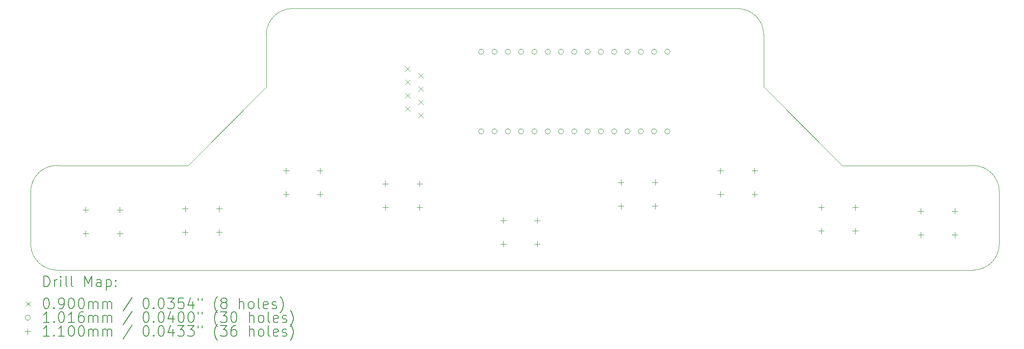
<source format=gbr>
%TF.GenerationSoftware,KiCad,Pcbnew,(6.0.7)*%
%TF.CreationDate,2022-10-03T11:37:21-05:00*%
%TF.ProjectId,FieldBangerPCB,4669656c-6442-4616-9e67-65725043422e,rev?*%
%TF.SameCoordinates,Original*%
%TF.FileFunction,Drillmap*%
%TF.FilePolarity,Positive*%
%FSLAX45Y45*%
G04 Gerber Fmt 4.5, Leading zero omitted, Abs format (unit mm)*
G04 Created by KiCad (PCBNEW (6.0.7)) date 2022-10-03 11:37:21*
%MOMM*%
%LPD*%
G01*
G04 APERTURE LIST*
%ADD10C,0.100000*%
%ADD11C,0.200000*%
%ADD12C,0.090000*%
%ADD13C,0.101600*%
%ADD14C,0.110000*%
G04 APERTURE END LIST*
D10*
X4000000Y-6000000D02*
X6500000Y-6000000D01*
X3500000Y-7500000D02*
X3500000Y-6500000D01*
X8000000Y-4500000D02*
X8000000Y-3500000D01*
X21500000Y-8000000D02*
G75*
G03*
X22000000Y-7500000I0J500000D01*
G01*
X3500000Y-7500000D02*
G75*
G03*
X4000000Y-8000000I500000J0D01*
G01*
X17500000Y-3500000D02*
G75*
G03*
X17000000Y-3000000I-500000J0D01*
G01*
X17500000Y-3500000D02*
X17500000Y-4500000D01*
X8500000Y-3000000D02*
X17000000Y-3000000D01*
X17500000Y-4500000D02*
X19000000Y-6000000D01*
X8000000Y-4500000D02*
X6500000Y-6000000D01*
X22000000Y-6500000D02*
G75*
G03*
X21500000Y-6000000I-500000J0D01*
G01*
X8500000Y-3000000D02*
G75*
G03*
X8000000Y-3500000I0J-500000D01*
G01*
X21500000Y-8000000D02*
X4000000Y-8000000D01*
X19000000Y-6000000D02*
X21500000Y-6000000D01*
X22000000Y-6500000D02*
X22000000Y-7500000D01*
X4000000Y-6000000D02*
G75*
G03*
X3500000Y-6500000I0J-500000D01*
G01*
D11*
D12*
X10655000Y-4109250D02*
X10745000Y-4199250D01*
X10745000Y-4109250D02*
X10655000Y-4199250D01*
X10655000Y-4363250D02*
X10745000Y-4453250D01*
X10745000Y-4363250D02*
X10655000Y-4453250D01*
X10655000Y-4617250D02*
X10745000Y-4707250D01*
X10745000Y-4617250D02*
X10655000Y-4707250D01*
X10655000Y-4871250D02*
X10745000Y-4961250D01*
X10745000Y-4871250D02*
X10655000Y-4961250D01*
X10909000Y-4236250D02*
X10999000Y-4326250D01*
X10999000Y-4236250D02*
X10909000Y-4326250D01*
X10909000Y-4490250D02*
X10999000Y-4580250D01*
X10999000Y-4490250D02*
X10909000Y-4580250D01*
X10909000Y-4744250D02*
X10999000Y-4834250D01*
X10999000Y-4744250D02*
X10909000Y-4834250D01*
X10909000Y-4998250D02*
X10999000Y-5088250D01*
X10999000Y-4998250D02*
X10909000Y-5088250D01*
D13*
X12155800Y-3825000D02*
G75*
G03*
X12155800Y-3825000I-50800J0D01*
G01*
X12155800Y-5349000D02*
G75*
G03*
X12155800Y-5349000I-50800J0D01*
G01*
X12409800Y-3825000D02*
G75*
G03*
X12409800Y-3825000I-50800J0D01*
G01*
X12409800Y-5349000D02*
G75*
G03*
X12409800Y-5349000I-50800J0D01*
G01*
X12663800Y-3825000D02*
G75*
G03*
X12663800Y-3825000I-50800J0D01*
G01*
X12663800Y-5349000D02*
G75*
G03*
X12663800Y-5349000I-50800J0D01*
G01*
X12917800Y-3825000D02*
G75*
G03*
X12917800Y-3825000I-50800J0D01*
G01*
X12917800Y-5349000D02*
G75*
G03*
X12917800Y-5349000I-50800J0D01*
G01*
X13171800Y-3825000D02*
G75*
G03*
X13171800Y-3825000I-50800J0D01*
G01*
X13171800Y-5349000D02*
G75*
G03*
X13171800Y-5349000I-50800J0D01*
G01*
X13425800Y-3825000D02*
G75*
G03*
X13425800Y-3825000I-50800J0D01*
G01*
X13425800Y-5349000D02*
G75*
G03*
X13425800Y-5349000I-50800J0D01*
G01*
X13679800Y-3825000D02*
G75*
G03*
X13679800Y-3825000I-50800J0D01*
G01*
X13679800Y-5349000D02*
G75*
G03*
X13679800Y-5349000I-50800J0D01*
G01*
X13933800Y-3825000D02*
G75*
G03*
X13933800Y-3825000I-50800J0D01*
G01*
X13933800Y-5349000D02*
G75*
G03*
X13933800Y-5349000I-50800J0D01*
G01*
X14187800Y-3825000D02*
G75*
G03*
X14187800Y-3825000I-50800J0D01*
G01*
X14187800Y-5349000D02*
G75*
G03*
X14187800Y-5349000I-50800J0D01*
G01*
X14441800Y-3825000D02*
G75*
G03*
X14441800Y-3825000I-50800J0D01*
G01*
X14441800Y-5349000D02*
G75*
G03*
X14441800Y-5349000I-50800J0D01*
G01*
X14695800Y-3825000D02*
G75*
G03*
X14695800Y-3825000I-50800J0D01*
G01*
X14695800Y-5349000D02*
G75*
G03*
X14695800Y-5349000I-50800J0D01*
G01*
X14949800Y-3825000D02*
G75*
G03*
X14949800Y-3825000I-50800J0D01*
G01*
X14949800Y-5349000D02*
G75*
G03*
X14949800Y-5349000I-50800J0D01*
G01*
X15203800Y-3825000D02*
G75*
G03*
X15203800Y-3825000I-50800J0D01*
G01*
X15203800Y-5349000D02*
G75*
G03*
X15203800Y-5349000I-50800J0D01*
G01*
X15457800Y-3825000D02*
G75*
G03*
X15457800Y-3825000I-50800J0D01*
G01*
X15457800Y-5349000D02*
G75*
G03*
X15457800Y-5349000I-50800J0D01*
G01*
X15711800Y-3825000D02*
G75*
G03*
X15711800Y-3825000I-50800J0D01*
G01*
X15711800Y-5349000D02*
G75*
G03*
X15711800Y-5349000I-50800J0D01*
G01*
D14*
X4550000Y-6795000D02*
X4550000Y-6905000D01*
X4495000Y-6850000D02*
X4605000Y-6850000D01*
X4550000Y-7245000D02*
X4550000Y-7355000D01*
X4495000Y-7300000D02*
X4605000Y-7300000D01*
X5200000Y-6795000D02*
X5200000Y-6905000D01*
X5145000Y-6850000D02*
X5255000Y-6850000D01*
X5200000Y-7245000D02*
X5200000Y-7355000D01*
X5145000Y-7300000D02*
X5255000Y-7300000D01*
X6450000Y-6770000D02*
X6450000Y-6880000D01*
X6395000Y-6825000D02*
X6505000Y-6825000D01*
X6450000Y-7220000D02*
X6450000Y-7330000D01*
X6395000Y-7275000D02*
X6505000Y-7275000D01*
X7100000Y-6770000D02*
X7100000Y-6880000D01*
X7045000Y-6825000D02*
X7155000Y-6825000D01*
X7100000Y-7220000D02*
X7100000Y-7330000D01*
X7045000Y-7275000D02*
X7155000Y-7275000D01*
X8375000Y-6045000D02*
X8375000Y-6155000D01*
X8320000Y-6100000D02*
X8430000Y-6100000D01*
X8375000Y-6495000D02*
X8375000Y-6605000D01*
X8320000Y-6550000D02*
X8430000Y-6550000D01*
X9025000Y-6045000D02*
X9025000Y-6155000D01*
X8970000Y-6100000D02*
X9080000Y-6100000D01*
X9025000Y-6495000D02*
X9025000Y-6605000D01*
X8970000Y-6550000D02*
X9080000Y-6550000D01*
X10275000Y-6295000D02*
X10275000Y-6405000D01*
X10220000Y-6350000D02*
X10330000Y-6350000D01*
X10275000Y-6745000D02*
X10275000Y-6855000D01*
X10220000Y-6800000D02*
X10330000Y-6800000D01*
X10925000Y-6295000D02*
X10925000Y-6405000D01*
X10870000Y-6350000D02*
X10980000Y-6350000D01*
X10925000Y-6745000D02*
X10925000Y-6855000D01*
X10870000Y-6800000D02*
X10980000Y-6800000D01*
X12525000Y-6995000D02*
X12525000Y-7105000D01*
X12470000Y-7050000D02*
X12580000Y-7050000D01*
X12525000Y-7445000D02*
X12525000Y-7555000D01*
X12470000Y-7500000D02*
X12580000Y-7500000D01*
X13175000Y-6995000D02*
X13175000Y-7105000D01*
X13120000Y-7050000D02*
X13230000Y-7050000D01*
X13175000Y-7445000D02*
X13175000Y-7555000D01*
X13120000Y-7500000D02*
X13230000Y-7500000D01*
X14775000Y-6270000D02*
X14775000Y-6380000D01*
X14720000Y-6325000D02*
X14830000Y-6325000D01*
X14775000Y-6720000D02*
X14775000Y-6830000D01*
X14720000Y-6775000D02*
X14830000Y-6775000D01*
X15425000Y-6270000D02*
X15425000Y-6380000D01*
X15370000Y-6325000D02*
X15480000Y-6325000D01*
X15425000Y-6720000D02*
X15425000Y-6830000D01*
X15370000Y-6775000D02*
X15480000Y-6775000D01*
X16675000Y-6045000D02*
X16675000Y-6155000D01*
X16620000Y-6100000D02*
X16730000Y-6100000D01*
X16675000Y-6495000D02*
X16675000Y-6605000D01*
X16620000Y-6550000D02*
X16730000Y-6550000D01*
X17325000Y-6045000D02*
X17325000Y-6155000D01*
X17270000Y-6100000D02*
X17380000Y-6100000D01*
X17325000Y-6495000D02*
X17325000Y-6605000D01*
X17270000Y-6550000D02*
X17380000Y-6550000D01*
X18600000Y-6745000D02*
X18600000Y-6855000D01*
X18545000Y-6800000D02*
X18655000Y-6800000D01*
X18600000Y-7195000D02*
X18600000Y-7305000D01*
X18545000Y-7250000D02*
X18655000Y-7250000D01*
X19250000Y-6745000D02*
X19250000Y-6855000D01*
X19195000Y-6800000D02*
X19305000Y-6800000D01*
X19250000Y-7195000D02*
X19250000Y-7305000D01*
X19195000Y-7250000D02*
X19305000Y-7250000D01*
X20500000Y-6820000D02*
X20500000Y-6930000D01*
X20445000Y-6875000D02*
X20555000Y-6875000D01*
X20500000Y-7270000D02*
X20500000Y-7380000D01*
X20445000Y-7325000D02*
X20555000Y-7325000D01*
X21150000Y-6820000D02*
X21150000Y-6930000D01*
X21095000Y-6875000D02*
X21205000Y-6875000D01*
X21150000Y-7270000D02*
X21150000Y-7380000D01*
X21095000Y-7325000D02*
X21205000Y-7325000D01*
D11*
X3752619Y-8315476D02*
X3752619Y-8115476D01*
X3800238Y-8115476D01*
X3828809Y-8125000D01*
X3847857Y-8144048D01*
X3857381Y-8163095D01*
X3866905Y-8201190D01*
X3866905Y-8229762D01*
X3857381Y-8267857D01*
X3847857Y-8286905D01*
X3828809Y-8305952D01*
X3800238Y-8315476D01*
X3752619Y-8315476D01*
X3952619Y-8315476D02*
X3952619Y-8182143D01*
X3952619Y-8220238D02*
X3962143Y-8201190D01*
X3971667Y-8191667D01*
X3990714Y-8182143D01*
X4009762Y-8182143D01*
X4076428Y-8315476D02*
X4076428Y-8182143D01*
X4076428Y-8115476D02*
X4066905Y-8125000D01*
X4076428Y-8134524D01*
X4085952Y-8125000D01*
X4076428Y-8115476D01*
X4076428Y-8134524D01*
X4200238Y-8315476D02*
X4181190Y-8305952D01*
X4171667Y-8286905D01*
X4171667Y-8115476D01*
X4305000Y-8315476D02*
X4285952Y-8305952D01*
X4276429Y-8286905D01*
X4276429Y-8115476D01*
X4533571Y-8315476D02*
X4533571Y-8115476D01*
X4600238Y-8258333D01*
X4666905Y-8115476D01*
X4666905Y-8315476D01*
X4847857Y-8315476D02*
X4847857Y-8210714D01*
X4838333Y-8191667D01*
X4819286Y-8182143D01*
X4781190Y-8182143D01*
X4762143Y-8191667D01*
X4847857Y-8305952D02*
X4828810Y-8315476D01*
X4781190Y-8315476D01*
X4762143Y-8305952D01*
X4752619Y-8286905D01*
X4752619Y-8267857D01*
X4762143Y-8248809D01*
X4781190Y-8239286D01*
X4828810Y-8239286D01*
X4847857Y-8229762D01*
X4943095Y-8182143D02*
X4943095Y-8382143D01*
X4943095Y-8191667D02*
X4962143Y-8182143D01*
X5000238Y-8182143D01*
X5019286Y-8191667D01*
X5028810Y-8201190D01*
X5038333Y-8220238D01*
X5038333Y-8277381D01*
X5028810Y-8296428D01*
X5019286Y-8305952D01*
X5000238Y-8315476D01*
X4962143Y-8315476D01*
X4943095Y-8305952D01*
X5124048Y-8296428D02*
X5133571Y-8305952D01*
X5124048Y-8315476D01*
X5114524Y-8305952D01*
X5124048Y-8296428D01*
X5124048Y-8315476D01*
X5124048Y-8191667D02*
X5133571Y-8201190D01*
X5124048Y-8210714D01*
X5114524Y-8201190D01*
X5124048Y-8191667D01*
X5124048Y-8210714D01*
D12*
X3405000Y-8600000D02*
X3495000Y-8690000D01*
X3495000Y-8600000D02*
X3405000Y-8690000D01*
D11*
X3790714Y-8535476D02*
X3809762Y-8535476D01*
X3828809Y-8545000D01*
X3838333Y-8554524D01*
X3847857Y-8573571D01*
X3857381Y-8611667D01*
X3857381Y-8659286D01*
X3847857Y-8697381D01*
X3838333Y-8716429D01*
X3828809Y-8725952D01*
X3809762Y-8735476D01*
X3790714Y-8735476D01*
X3771667Y-8725952D01*
X3762143Y-8716429D01*
X3752619Y-8697381D01*
X3743095Y-8659286D01*
X3743095Y-8611667D01*
X3752619Y-8573571D01*
X3762143Y-8554524D01*
X3771667Y-8545000D01*
X3790714Y-8535476D01*
X3943095Y-8716429D02*
X3952619Y-8725952D01*
X3943095Y-8735476D01*
X3933571Y-8725952D01*
X3943095Y-8716429D01*
X3943095Y-8735476D01*
X4047857Y-8735476D02*
X4085952Y-8735476D01*
X4105000Y-8725952D01*
X4114524Y-8716429D01*
X4133571Y-8687857D01*
X4143095Y-8649762D01*
X4143095Y-8573571D01*
X4133571Y-8554524D01*
X4124048Y-8545000D01*
X4105000Y-8535476D01*
X4066905Y-8535476D01*
X4047857Y-8545000D01*
X4038333Y-8554524D01*
X4028809Y-8573571D01*
X4028809Y-8621190D01*
X4038333Y-8640238D01*
X4047857Y-8649762D01*
X4066905Y-8659286D01*
X4105000Y-8659286D01*
X4124048Y-8649762D01*
X4133571Y-8640238D01*
X4143095Y-8621190D01*
X4266905Y-8535476D02*
X4285952Y-8535476D01*
X4305000Y-8545000D01*
X4314524Y-8554524D01*
X4324048Y-8573571D01*
X4333571Y-8611667D01*
X4333571Y-8659286D01*
X4324048Y-8697381D01*
X4314524Y-8716429D01*
X4305000Y-8725952D01*
X4285952Y-8735476D01*
X4266905Y-8735476D01*
X4247857Y-8725952D01*
X4238333Y-8716429D01*
X4228810Y-8697381D01*
X4219286Y-8659286D01*
X4219286Y-8611667D01*
X4228810Y-8573571D01*
X4238333Y-8554524D01*
X4247857Y-8545000D01*
X4266905Y-8535476D01*
X4457381Y-8535476D02*
X4476429Y-8535476D01*
X4495476Y-8545000D01*
X4505000Y-8554524D01*
X4514524Y-8573571D01*
X4524048Y-8611667D01*
X4524048Y-8659286D01*
X4514524Y-8697381D01*
X4505000Y-8716429D01*
X4495476Y-8725952D01*
X4476429Y-8735476D01*
X4457381Y-8735476D01*
X4438333Y-8725952D01*
X4428810Y-8716429D01*
X4419286Y-8697381D01*
X4409762Y-8659286D01*
X4409762Y-8611667D01*
X4419286Y-8573571D01*
X4428810Y-8554524D01*
X4438333Y-8545000D01*
X4457381Y-8535476D01*
X4609762Y-8735476D02*
X4609762Y-8602143D01*
X4609762Y-8621190D02*
X4619286Y-8611667D01*
X4638333Y-8602143D01*
X4666905Y-8602143D01*
X4685952Y-8611667D01*
X4695476Y-8630714D01*
X4695476Y-8735476D01*
X4695476Y-8630714D02*
X4705000Y-8611667D01*
X4724048Y-8602143D01*
X4752619Y-8602143D01*
X4771667Y-8611667D01*
X4781190Y-8630714D01*
X4781190Y-8735476D01*
X4876429Y-8735476D02*
X4876429Y-8602143D01*
X4876429Y-8621190D02*
X4885952Y-8611667D01*
X4905000Y-8602143D01*
X4933571Y-8602143D01*
X4952619Y-8611667D01*
X4962143Y-8630714D01*
X4962143Y-8735476D01*
X4962143Y-8630714D02*
X4971667Y-8611667D01*
X4990714Y-8602143D01*
X5019286Y-8602143D01*
X5038333Y-8611667D01*
X5047857Y-8630714D01*
X5047857Y-8735476D01*
X5438333Y-8525952D02*
X5266905Y-8783095D01*
X5695476Y-8535476D02*
X5714524Y-8535476D01*
X5733571Y-8545000D01*
X5743095Y-8554524D01*
X5752619Y-8573571D01*
X5762143Y-8611667D01*
X5762143Y-8659286D01*
X5752619Y-8697381D01*
X5743095Y-8716429D01*
X5733571Y-8725952D01*
X5714524Y-8735476D01*
X5695476Y-8735476D01*
X5676428Y-8725952D01*
X5666905Y-8716429D01*
X5657381Y-8697381D01*
X5647857Y-8659286D01*
X5647857Y-8611667D01*
X5657381Y-8573571D01*
X5666905Y-8554524D01*
X5676428Y-8545000D01*
X5695476Y-8535476D01*
X5847857Y-8716429D02*
X5857381Y-8725952D01*
X5847857Y-8735476D01*
X5838333Y-8725952D01*
X5847857Y-8716429D01*
X5847857Y-8735476D01*
X5981190Y-8535476D02*
X6000238Y-8535476D01*
X6019286Y-8545000D01*
X6028809Y-8554524D01*
X6038333Y-8573571D01*
X6047857Y-8611667D01*
X6047857Y-8659286D01*
X6038333Y-8697381D01*
X6028809Y-8716429D01*
X6019286Y-8725952D01*
X6000238Y-8735476D01*
X5981190Y-8735476D01*
X5962143Y-8725952D01*
X5952619Y-8716429D01*
X5943095Y-8697381D01*
X5933571Y-8659286D01*
X5933571Y-8611667D01*
X5943095Y-8573571D01*
X5952619Y-8554524D01*
X5962143Y-8545000D01*
X5981190Y-8535476D01*
X6114524Y-8535476D02*
X6238333Y-8535476D01*
X6171667Y-8611667D01*
X6200238Y-8611667D01*
X6219286Y-8621190D01*
X6228809Y-8630714D01*
X6238333Y-8649762D01*
X6238333Y-8697381D01*
X6228809Y-8716429D01*
X6219286Y-8725952D01*
X6200238Y-8735476D01*
X6143095Y-8735476D01*
X6124048Y-8725952D01*
X6114524Y-8716429D01*
X6419286Y-8535476D02*
X6324048Y-8535476D01*
X6314524Y-8630714D01*
X6324048Y-8621190D01*
X6343095Y-8611667D01*
X6390714Y-8611667D01*
X6409762Y-8621190D01*
X6419286Y-8630714D01*
X6428809Y-8649762D01*
X6428809Y-8697381D01*
X6419286Y-8716429D01*
X6409762Y-8725952D01*
X6390714Y-8735476D01*
X6343095Y-8735476D01*
X6324048Y-8725952D01*
X6314524Y-8716429D01*
X6600238Y-8602143D02*
X6600238Y-8735476D01*
X6552619Y-8525952D02*
X6505000Y-8668810D01*
X6628809Y-8668810D01*
X6695476Y-8535476D02*
X6695476Y-8573571D01*
X6771667Y-8535476D02*
X6771667Y-8573571D01*
X7066905Y-8811667D02*
X7057381Y-8802143D01*
X7038333Y-8773571D01*
X7028809Y-8754524D01*
X7019286Y-8725952D01*
X7009762Y-8678333D01*
X7009762Y-8640238D01*
X7019286Y-8592619D01*
X7028809Y-8564048D01*
X7038333Y-8545000D01*
X7057381Y-8516429D01*
X7066905Y-8506905D01*
X7171667Y-8621190D02*
X7152619Y-8611667D01*
X7143095Y-8602143D01*
X7133571Y-8583095D01*
X7133571Y-8573571D01*
X7143095Y-8554524D01*
X7152619Y-8545000D01*
X7171667Y-8535476D01*
X7209762Y-8535476D01*
X7228809Y-8545000D01*
X7238333Y-8554524D01*
X7247857Y-8573571D01*
X7247857Y-8583095D01*
X7238333Y-8602143D01*
X7228809Y-8611667D01*
X7209762Y-8621190D01*
X7171667Y-8621190D01*
X7152619Y-8630714D01*
X7143095Y-8640238D01*
X7133571Y-8659286D01*
X7133571Y-8697381D01*
X7143095Y-8716429D01*
X7152619Y-8725952D01*
X7171667Y-8735476D01*
X7209762Y-8735476D01*
X7228809Y-8725952D01*
X7238333Y-8716429D01*
X7247857Y-8697381D01*
X7247857Y-8659286D01*
X7238333Y-8640238D01*
X7228809Y-8630714D01*
X7209762Y-8621190D01*
X7485952Y-8735476D02*
X7485952Y-8535476D01*
X7571667Y-8735476D02*
X7571667Y-8630714D01*
X7562143Y-8611667D01*
X7543095Y-8602143D01*
X7514524Y-8602143D01*
X7495476Y-8611667D01*
X7485952Y-8621190D01*
X7695476Y-8735476D02*
X7676428Y-8725952D01*
X7666905Y-8716429D01*
X7657381Y-8697381D01*
X7657381Y-8640238D01*
X7666905Y-8621190D01*
X7676428Y-8611667D01*
X7695476Y-8602143D01*
X7724048Y-8602143D01*
X7743095Y-8611667D01*
X7752619Y-8621190D01*
X7762143Y-8640238D01*
X7762143Y-8697381D01*
X7752619Y-8716429D01*
X7743095Y-8725952D01*
X7724048Y-8735476D01*
X7695476Y-8735476D01*
X7876428Y-8735476D02*
X7857381Y-8725952D01*
X7847857Y-8706905D01*
X7847857Y-8535476D01*
X8028809Y-8725952D02*
X8009762Y-8735476D01*
X7971667Y-8735476D01*
X7952619Y-8725952D01*
X7943095Y-8706905D01*
X7943095Y-8630714D01*
X7952619Y-8611667D01*
X7971667Y-8602143D01*
X8009762Y-8602143D01*
X8028809Y-8611667D01*
X8038333Y-8630714D01*
X8038333Y-8649762D01*
X7943095Y-8668810D01*
X8114524Y-8725952D02*
X8133571Y-8735476D01*
X8171667Y-8735476D01*
X8190714Y-8725952D01*
X8200238Y-8706905D01*
X8200238Y-8697381D01*
X8190714Y-8678333D01*
X8171667Y-8668810D01*
X8143095Y-8668810D01*
X8124048Y-8659286D01*
X8114524Y-8640238D01*
X8114524Y-8630714D01*
X8124048Y-8611667D01*
X8143095Y-8602143D01*
X8171667Y-8602143D01*
X8190714Y-8611667D01*
X8266905Y-8811667D02*
X8276428Y-8802143D01*
X8295476Y-8773571D01*
X8305000Y-8754524D01*
X8314524Y-8725952D01*
X8324048Y-8678333D01*
X8324048Y-8640238D01*
X8314524Y-8592619D01*
X8305000Y-8564048D01*
X8295476Y-8545000D01*
X8276428Y-8516429D01*
X8266905Y-8506905D01*
D13*
X3495000Y-8909000D02*
G75*
G03*
X3495000Y-8909000I-50800J0D01*
G01*
D11*
X3857381Y-8999476D02*
X3743095Y-8999476D01*
X3800238Y-8999476D02*
X3800238Y-8799476D01*
X3781190Y-8828048D01*
X3762143Y-8847095D01*
X3743095Y-8856619D01*
X3943095Y-8980429D02*
X3952619Y-8989952D01*
X3943095Y-8999476D01*
X3933571Y-8989952D01*
X3943095Y-8980429D01*
X3943095Y-8999476D01*
X4076428Y-8799476D02*
X4095476Y-8799476D01*
X4114524Y-8809000D01*
X4124048Y-8818524D01*
X4133571Y-8837571D01*
X4143095Y-8875667D01*
X4143095Y-8923286D01*
X4133571Y-8961381D01*
X4124048Y-8980429D01*
X4114524Y-8989952D01*
X4095476Y-8999476D01*
X4076428Y-8999476D01*
X4057381Y-8989952D01*
X4047857Y-8980429D01*
X4038333Y-8961381D01*
X4028809Y-8923286D01*
X4028809Y-8875667D01*
X4038333Y-8837571D01*
X4047857Y-8818524D01*
X4057381Y-8809000D01*
X4076428Y-8799476D01*
X4333571Y-8999476D02*
X4219286Y-8999476D01*
X4276429Y-8999476D02*
X4276429Y-8799476D01*
X4257381Y-8828048D01*
X4238333Y-8847095D01*
X4219286Y-8856619D01*
X4505000Y-8799476D02*
X4466905Y-8799476D01*
X4447857Y-8809000D01*
X4438333Y-8818524D01*
X4419286Y-8847095D01*
X4409762Y-8885190D01*
X4409762Y-8961381D01*
X4419286Y-8980429D01*
X4428810Y-8989952D01*
X4447857Y-8999476D01*
X4485952Y-8999476D01*
X4505000Y-8989952D01*
X4514524Y-8980429D01*
X4524048Y-8961381D01*
X4524048Y-8913762D01*
X4514524Y-8894714D01*
X4505000Y-8885190D01*
X4485952Y-8875667D01*
X4447857Y-8875667D01*
X4428810Y-8885190D01*
X4419286Y-8894714D01*
X4409762Y-8913762D01*
X4609762Y-8999476D02*
X4609762Y-8866143D01*
X4609762Y-8885190D02*
X4619286Y-8875667D01*
X4638333Y-8866143D01*
X4666905Y-8866143D01*
X4685952Y-8875667D01*
X4695476Y-8894714D01*
X4695476Y-8999476D01*
X4695476Y-8894714D02*
X4705000Y-8875667D01*
X4724048Y-8866143D01*
X4752619Y-8866143D01*
X4771667Y-8875667D01*
X4781190Y-8894714D01*
X4781190Y-8999476D01*
X4876429Y-8999476D02*
X4876429Y-8866143D01*
X4876429Y-8885190D02*
X4885952Y-8875667D01*
X4905000Y-8866143D01*
X4933571Y-8866143D01*
X4952619Y-8875667D01*
X4962143Y-8894714D01*
X4962143Y-8999476D01*
X4962143Y-8894714D02*
X4971667Y-8875667D01*
X4990714Y-8866143D01*
X5019286Y-8866143D01*
X5038333Y-8875667D01*
X5047857Y-8894714D01*
X5047857Y-8999476D01*
X5438333Y-8789952D02*
X5266905Y-9047095D01*
X5695476Y-8799476D02*
X5714524Y-8799476D01*
X5733571Y-8809000D01*
X5743095Y-8818524D01*
X5752619Y-8837571D01*
X5762143Y-8875667D01*
X5762143Y-8923286D01*
X5752619Y-8961381D01*
X5743095Y-8980429D01*
X5733571Y-8989952D01*
X5714524Y-8999476D01*
X5695476Y-8999476D01*
X5676428Y-8989952D01*
X5666905Y-8980429D01*
X5657381Y-8961381D01*
X5647857Y-8923286D01*
X5647857Y-8875667D01*
X5657381Y-8837571D01*
X5666905Y-8818524D01*
X5676428Y-8809000D01*
X5695476Y-8799476D01*
X5847857Y-8980429D02*
X5857381Y-8989952D01*
X5847857Y-8999476D01*
X5838333Y-8989952D01*
X5847857Y-8980429D01*
X5847857Y-8999476D01*
X5981190Y-8799476D02*
X6000238Y-8799476D01*
X6019286Y-8809000D01*
X6028809Y-8818524D01*
X6038333Y-8837571D01*
X6047857Y-8875667D01*
X6047857Y-8923286D01*
X6038333Y-8961381D01*
X6028809Y-8980429D01*
X6019286Y-8989952D01*
X6000238Y-8999476D01*
X5981190Y-8999476D01*
X5962143Y-8989952D01*
X5952619Y-8980429D01*
X5943095Y-8961381D01*
X5933571Y-8923286D01*
X5933571Y-8875667D01*
X5943095Y-8837571D01*
X5952619Y-8818524D01*
X5962143Y-8809000D01*
X5981190Y-8799476D01*
X6219286Y-8866143D02*
X6219286Y-8999476D01*
X6171667Y-8789952D02*
X6124048Y-8932810D01*
X6247857Y-8932810D01*
X6362143Y-8799476D02*
X6381190Y-8799476D01*
X6400238Y-8809000D01*
X6409762Y-8818524D01*
X6419286Y-8837571D01*
X6428809Y-8875667D01*
X6428809Y-8923286D01*
X6419286Y-8961381D01*
X6409762Y-8980429D01*
X6400238Y-8989952D01*
X6381190Y-8999476D01*
X6362143Y-8999476D01*
X6343095Y-8989952D01*
X6333571Y-8980429D01*
X6324048Y-8961381D01*
X6314524Y-8923286D01*
X6314524Y-8875667D01*
X6324048Y-8837571D01*
X6333571Y-8818524D01*
X6343095Y-8809000D01*
X6362143Y-8799476D01*
X6552619Y-8799476D02*
X6571667Y-8799476D01*
X6590714Y-8809000D01*
X6600238Y-8818524D01*
X6609762Y-8837571D01*
X6619286Y-8875667D01*
X6619286Y-8923286D01*
X6609762Y-8961381D01*
X6600238Y-8980429D01*
X6590714Y-8989952D01*
X6571667Y-8999476D01*
X6552619Y-8999476D01*
X6533571Y-8989952D01*
X6524048Y-8980429D01*
X6514524Y-8961381D01*
X6505000Y-8923286D01*
X6505000Y-8875667D01*
X6514524Y-8837571D01*
X6524048Y-8818524D01*
X6533571Y-8809000D01*
X6552619Y-8799476D01*
X6695476Y-8799476D02*
X6695476Y-8837571D01*
X6771667Y-8799476D02*
X6771667Y-8837571D01*
X7066905Y-9075667D02*
X7057381Y-9066143D01*
X7038333Y-9037571D01*
X7028809Y-9018524D01*
X7019286Y-8989952D01*
X7009762Y-8942333D01*
X7009762Y-8904238D01*
X7019286Y-8856619D01*
X7028809Y-8828048D01*
X7038333Y-8809000D01*
X7057381Y-8780429D01*
X7066905Y-8770905D01*
X7124048Y-8799476D02*
X7247857Y-8799476D01*
X7181190Y-8875667D01*
X7209762Y-8875667D01*
X7228809Y-8885190D01*
X7238333Y-8894714D01*
X7247857Y-8913762D01*
X7247857Y-8961381D01*
X7238333Y-8980429D01*
X7228809Y-8989952D01*
X7209762Y-8999476D01*
X7152619Y-8999476D01*
X7133571Y-8989952D01*
X7124048Y-8980429D01*
X7371667Y-8799476D02*
X7390714Y-8799476D01*
X7409762Y-8809000D01*
X7419286Y-8818524D01*
X7428809Y-8837571D01*
X7438333Y-8875667D01*
X7438333Y-8923286D01*
X7428809Y-8961381D01*
X7419286Y-8980429D01*
X7409762Y-8989952D01*
X7390714Y-8999476D01*
X7371667Y-8999476D01*
X7352619Y-8989952D01*
X7343095Y-8980429D01*
X7333571Y-8961381D01*
X7324048Y-8923286D01*
X7324048Y-8875667D01*
X7333571Y-8837571D01*
X7343095Y-8818524D01*
X7352619Y-8809000D01*
X7371667Y-8799476D01*
X7676428Y-8999476D02*
X7676428Y-8799476D01*
X7762143Y-8999476D02*
X7762143Y-8894714D01*
X7752619Y-8875667D01*
X7733571Y-8866143D01*
X7705000Y-8866143D01*
X7685952Y-8875667D01*
X7676428Y-8885190D01*
X7885952Y-8999476D02*
X7866905Y-8989952D01*
X7857381Y-8980429D01*
X7847857Y-8961381D01*
X7847857Y-8904238D01*
X7857381Y-8885190D01*
X7866905Y-8875667D01*
X7885952Y-8866143D01*
X7914524Y-8866143D01*
X7933571Y-8875667D01*
X7943095Y-8885190D01*
X7952619Y-8904238D01*
X7952619Y-8961381D01*
X7943095Y-8980429D01*
X7933571Y-8989952D01*
X7914524Y-8999476D01*
X7885952Y-8999476D01*
X8066905Y-8999476D02*
X8047857Y-8989952D01*
X8038333Y-8970905D01*
X8038333Y-8799476D01*
X8219286Y-8989952D02*
X8200238Y-8999476D01*
X8162143Y-8999476D01*
X8143095Y-8989952D01*
X8133571Y-8970905D01*
X8133571Y-8894714D01*
X8143095Y-8875667D01*
X8162143Y-8866143D01*
X8200238Y-8866143D01*
X8219286Y-8875667D01*
X8228809Y-8894714D01*
X8228809Y-8913762D01*
X8133571Y-8932810D01*
X8305000Y-8989952D02*
X8324048Y-8999476D01*
X8362143Y-8999476D01*
X8381190Y-8989952D01*
X8390714Y-8970905D01*
X8390714Y-8961381D01*
X8381190Y-8942333D01*
X8362143Y-8932810D01*
X8333571Y-8932810D01*
X8314524Y-8923286D01*
X8305000Y-8904238D01*
X8305000Y-8894714D01*
X8314524Y-8875667D01*
X8333571Y-8866143D01*
X8362143Y-8866143D01*
X8381190Y-8875667D01*
X8457381Y-9075667D02*
X8466905Y-9066143D01*
X8485952Y-9037571D01*
X8495476Y-9018524D01*
X8505000Y-8989952D01*
X8514524Y-8942333D01*
X8514524Y-8904238D01*
X8505000Y-8856619D01*
X8495476Y-8828048D01*
X8485952Y-8809000D01*
X8466905Y-8780429D01*
X8457381Y-8770905D01*
D14*
X3440000Y-9118000D02*
X3440000Y-9228000D01*
X3385000Y-9173000D02*
X3495000Y-9173000D01*
D11*
X3857381Y-9263476D02*
X3743095Y-9263476D01*
X3800238Y-9263476D02*
X3800238Y-9063476D01*
X3781190Y-9092048D01*
X3762143Y-9111095D01*
X3743095Y-9120619D01*
X3943095Y-9244429D02*
X3952619Y-9253952D01*
X3943095Y-9263476D01*
X3933571Y-9253952D01*
X3943095Y-9244429D01*
X3943095Y-9263476D01*
X4143095Y-9263476D02*
X4028809Y-9263476D01*
X4085952Y-9263476D02*
X4085952Y-9063476D01*
X4066905Y-9092048D01*
X4047857Y-9111095D01*
X4028809Y-9120619D01*
X4266905Y-9063476D02*
X4285952Y-9063476D01*
X4305000Y-9073000D01*
X4314524Y-9082524D01*
X4324048Y-9101571D01*
X4333571Y-9139667D01*
X4333571Y-9187286D01*
X4324048Y-9225381D01*
X4314524Y-9244429D01*
X4305000Y-9253952D01*
X4285952Y-9263476D01*
X4266905Y-9263476D01*
X4247857Y-9253952D01*
X4238333Y-9244429D01*
X4228810Y-9225381D01*
X4219286Y-9187286D01*
X4219286Y-9139667D01*
X4228810Y-9101571D01*
X4238333Y-9082524D01*
X4247857Y-9073000D01*
X4266905Y-9063476D01*
X4457381Y-9063476D02*
X4476429Y-9063476D01*
X4495476Y-9073000D01*
X4505000Y-9082524D01*
X4514524Y-9101571D01*
X4524048Y-9139667D01*
X4524048Y-9187286D01*
X4514524Y-9225381D01*
X4505000Y-9244429D01*
X4495476Y-9253952D01*
X4476429Y-9263476D01*
X4457381Y-9263476D01*
X4438333Y-9253952D01*
X4428810Y-9244429D01*
X4419286Y-9225381D01*
X4409762Y-9187286D01*
X4409762Y-9139667D01*
X4419286Y-9101571D01*
X4428810Y-9082524D01*
X4438333Y-9073000D01*
X4457381Y-9063476D01*
X4609762Y-9263476D02*
X4609762Y-9130143D01*
X4609762Y-9149190D02*
X4619286Y-9139667D01*
X4638333Y-9130143D01*
X4666905Y-9130143D01*
X4685952Y-9139667D01*
X4695476Y-9158714D01*
X4695476Y-9263476D01*
X4695476Y-9158714D02*
X4705000Y-9139667D01*
X4724048Y-9130143D01*
X4752619Y-9130143D01*
X4771667Y-9139667D01*
X4781190Y-9158714D01*
X4781190Y-9263476D01*
X4876429Y-9263476D02*
X4876429Y-9130143D01*
X4876429Y-9149190D02*
X4885952Y-9139667D01*
X4905000Y-9130143D01*
X4933571Y-9130143D01*
X4952619Y-9139667D01*
X4962143Y-9158714D01*
X4962143Y-9263476D01*
X4962143Y-9158714D02*
X4971667Y-9139667D01*
X4990714Y-9130143D01*
X5019286Y-9130143D01*
X5038333Y-9139667D01*
X5047857Y-9158714D01*
X5047857Y-9263476D01*
X5438333Y-9053952D02*
X5266905Y-9311095D01*
X5695476Y-9063476D02*
X5714524Y-9063476D01*
X5733571Y-9073000D01*
X5743095Y-9082524D01*
X5752619Y-9101571D01*
X5762143Y-9139667D01*
X5762143Y-9187286D01*
X5752619Y-9225381D01*
X5743095Y-9244429D01*
X5733571Y-9253952D01*
X5714524Y-9263476D01*
X5695476Y-9263476D01*
X5676428Y-9253952D01*
X5666905Y-9244429D01*
X5657381Y-9225381D01*
X5647857Y-9187286D01*
X5647857Y-9139667D01*
X5657381Y-9101571D01*
X5666905Y-9082524D01*
X5676428Y-9073000D01*
X5695476Y-9063476D01*
X5847857Y-9244429D02*
X5857381Y-9253952D01*
X5847857Y-9263476D01*
X5838333Y-9253952D01*
X5847857Y-9244429D01*
X5847857Y-9263476D01*
X5981190Y-9063476D02*
X6000238Y-9063476D01*
X6019286Y-9073000D01*
X6028809Y-9082524D01*
X6038333Y-9101571D01*
X6047857Y-9139667D01*
X6047857Y-9187286D01*
X6038333Y-9225381D01*
X6028809Y-9244429D01*
X6019286Y-9253952D01*
X6000238Y-9263476D01*
X5981190Y-9263476D01*
X5962143Y-9253952D01*
X5952619Y-9244429D01*
X5943095Y-9225381D01*
X5933571Y-9187286D01*
X5933571Y-9139667D01*
X5943095Y-9101571D01*
X5952619Y-9082524D01*
X5962143Y-9073000D01*
X5981190Y-9063476D01*
X6219286Y-9130143D02*
X6219286Y-9263476D01*
X6171667Y-9053952D02*
X6124048Y-9196810D01*
X6247857Y-9196810D01*
X6305000Y-9063476D02*
X6428809Y-9063476D01*
X6362143Y-9139667D01*
X6390714Y-9139667D01*
X6409762Y-9149190D01*
X6419286Y-9158714D01*
X6428809Y-9177762D01*
X6428809Y-9225381D01*
X6419286Y-9244429D01*
X6409762Y-9253952D01*
X6390714Y-9263476D01*
X6333571Y-9263476D01*
X6314524Y-9253952D01*
X6305000Y-9244429D01*
X6495476Y-9063476D02*
X6619286Y-9063476D01*
X6552619Y-9139667D01*
X6581190Y-9139667D01*
X6600238Y-9149190D01*
X6609762Y-9158714D01*
X6619286Y-9177762D01*
X6619286Y-9225381D01*
X6609762Y-9244429D01*
X6600238Y-9253952D01*
X6581190Y-9263476D01*
X6524048Y-9263476D01*
X6505000Y-9253952D01*
X6495476Y-9244429D01*
X6695476Y-9063476D02*
X6695476Y-9101571D01*
X6771667Y-9063476D02*
X6771667Y-9101571D01*
X7066905Y-9339667D02*
X7057381Y-9330143D01*
X7038333Y-9301571D01*
X7028809Y-9282524D01*
X7019286Y-9253952D01*
X7009762Y-9206333D01*
X7009762Y-9168238D01*
X7019286Y-9120619D01*
X7028809Y-9092048D01*
X7038333Y-9073000D01*
X7057381Y-9044429D01*
X7066905Y-9034905D01*
X7124048Y-9063476D02*
X7247857Y-9063476D01*
X7181190Y-9139667D01*
X7209762Y-9139667D01*
X7228809Y-9149190D01*
X7238333Y-9158714D01*
X7247857Y-9177762D01*
X7247857Y-9225381D01*
X7238333Y-9244429D01*
X7228809Y-9253952D01*
X7209762Y-9263476D01*
X7152619Y-9263476D01*
X7133571Y-9253952D01*
X7124048Y-9244429D01*
X7419286Y-9063476D02*
X7381190Y-9063476D01*
X7362143Y-9073000D01*
X7352619Y-9082524D01*
X7333571Y-9111095D01*
X7324048Y-9149190D01*
X7324048Y-9225381D01*
X7333571Y-9244429D01*
X7343095Y-9253952D01*
X7362143Y-9263476D01*
X7400238Y-9263476D01*
X7419286Y-9253952D01*
X7428809Y-9244429D01*
X7438333Y-9225381D01*
X7438333Y-9177762D01*
X7428809Y-9158714D01*
X7419286Y-9149190D01*
X7400238Y-9139667D01*
X7362143Y-9139667D01*
X7343095Y-9149190D01*
X7333571Y-9158714D01*
X7324048Y-9177762D01*
X7676428Y-9263476D02*
X7676428Y-9063476D01*
X7762143Y-9263476D02*
X7762143Y-9158714D01*
X7752619Y-9139667D01*
X7733571Y-9130143D01*
X7705000Y-9130143D01*
X7685952Y-9139667D01*
X7676428Y-9149190D01*
X7885952Y-9263476D02*
X7866905Y-9253952D01*
X7857381Y-9244429D01*
X7847857Y-9225381D01*
X7847857Y-9168238D01*
X7857381Y-9149190D01*
X7866905Y-9139667D01*
X7885952Y-9130143D01*
X7914524Y-9130143D01*
X7933571Y-9139667D01*
X7943095Y-9149190D01*
X7952619Y-9168238D01*
X7952619Y-9225381D01*
X7943095Y-9244429D01*
X7933571Y-9253952D01*
X7914524Y-9263476D01*
X7885952Y-9263476D01*
X8066905Y-9263476D02*
X8047857Y-9253952D01*
X8038333Y-9234905D01*
X8038333Y-9063476D01*
X8219286Y-9253952D02*
X8200238Y-9263476D01*
X8162143Y-9263476D01*
X8143095Y-9253952D01*
X8133571Y-9234905D01*
X8133571Y-9158714D01*
X8143095Y-9139667D01*
X8162143Y-9130143D01*
X8200238Y-9130143D01*
X8219286Y-9139667D01*
X8228809Y-9158714D01*
X8228809Y-9177762D01*
X8133571Y-9196810D01*
X8305000Y-9253952D02*
X8324048Y-9263476D01*
X8362143Y-9263476D01*
X8381190Y-9253952D01*
X8390714Y-9234905D01*
X8390714Y-9225381D01*
X8381190Y-9206333D01*
X8362143Y-9196810D01*
X8333571Y-9196810D01*
X8314524Y-9187286D01*
X8305000Y-9168238D01*
X8305000Y-9158714D01*
X8314524Y-9139667D01*
X8333571Y-9130143D01*
X8362143Y-9130143D01*
X8381190Y-9139667D01*
X8457381Y-9339667D02*
X8466905Y-9330143D01*
X8485952Y-9301571D01*
X8495476Y-9282524D01*
X8505000Y-9253952D01*
X8514524Y-9206333D01*
X8514524Y-9168238D01*
X8505000Y-9120619D01*
X8495476Y-9092048D01*
X8485952Y-9073000D01*
X8466905Y-9044429D01*
X8457381Y-9034905D01*
M02*

</source>
